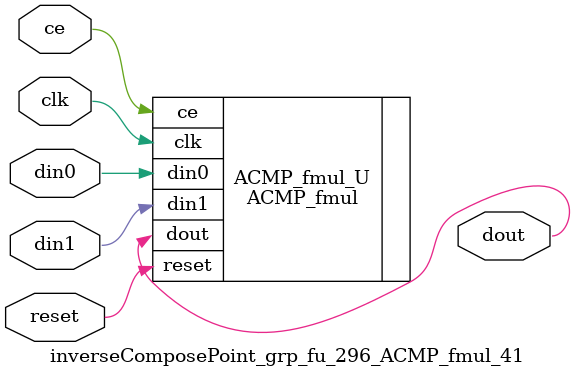
<source format=v>

`timescale 1 ns / 1 ps
module inverseComposePoint_grp_fu_296_ACMP_fmul_41(
    clk,
    reset,
    ce,
    din0,
    din1,
    dout);

parameter ID = 32'd1;
parameter NUM_STAGE = 32'd1;
parameter din0_WIDTH = 32'd1;
parameter din1_WIDTH = 32'd1;
parameter dout_WIDTH = 32'd1;
input clk;
input reset;
input ce;
input[din0_WIDTH - 1:0] din0;
input[din1_WIDTH - 1:0] din1;
output[dout_WIDTH - 1:0] dout;



ACMP_fmul #(
.ID( ID ),
.NUM_STAGE( 4 ),
.din0_WIDTH( din0_WIDTH ),
.din1_WIDTH( din1_WIDTH ),
.dout_WIDTH( dout_WIDTH ))
ACMP_fmul_U(
    .clk( clk ),
    .reset( reset ),
    .ce( ce ),
    .din0( din0 ),
    .din1( din1 ),
    .dout( dout ));

endmodule

</source>
